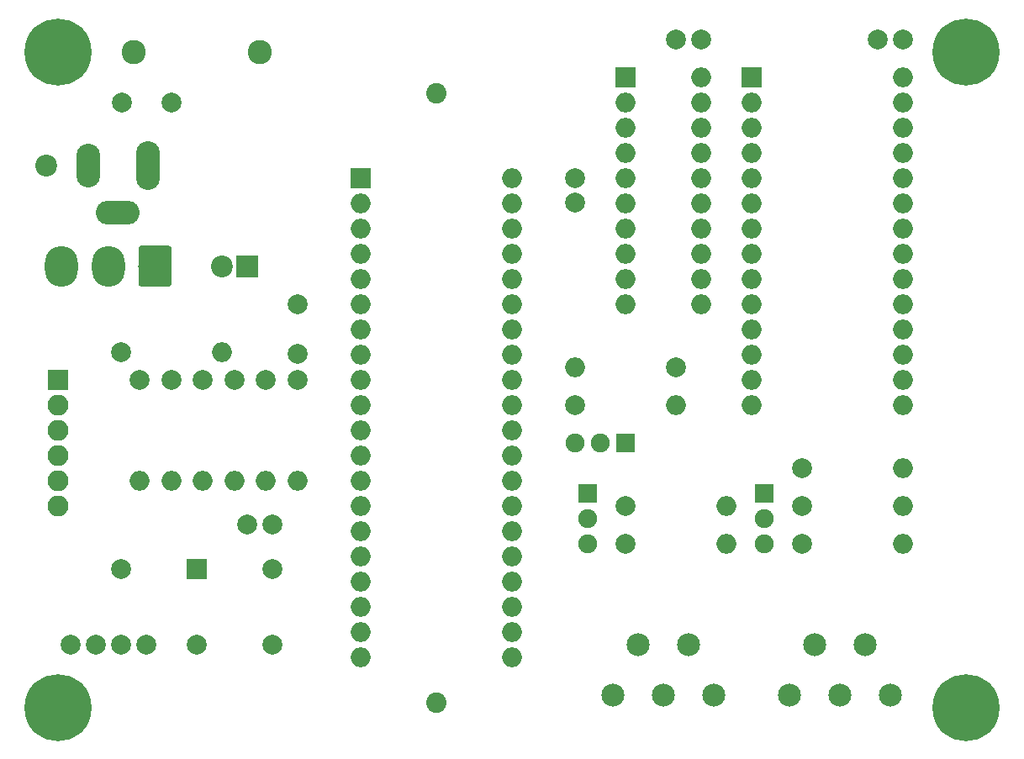
<source format=gbr>
%TF.GenerationSoftware,KiCad,Pcbnew,(5.1.4-0-10_14)*%
%TF.CreationDate,2020-04-13T14:17:21-07:00*%
%TF.ProjectId,8051dumper,38303531-6475-46d7-9065-722e6b696361,1*%
%TF.SameCoordinates,PX60e4b00PYc1c9600*%
%TF.FileFunction,Soldermask,Top*%
%TF.FilePolarity,Negative*%
%FSLAX46Y46*%
G04 Gerber Fmt 4.6, Leading zero omitted, Abs format (unit mm)*
G04 Created by KiCad (PCBNEW (5.1.4-0-10_14)) date 2020-04-13 14:17:21*
%MOMM*%
%LPD*%
G04 APERTURE LIST*
%ADD10O,2.000000X2.000000*%
%ADD11C,2.000000*%
%ADD12C,2.200000*%
%ADD13R,2.200000X2.200000*%
%ADD14R,2.000000X2.000000*%
%ADD15O,3.321000X4.108400*%
%ADD16C,0.152400*%
%ADD17C,3.321000*%
%ADD18R,2.100000X2.100000*%
%ADD19O,2.100000X2.100000*%
%ADD20O,4.400000X2.400000*%
%ADD21O,2.400000X4.400000*%
%ADD22O,2.400000X4.900000*%
%ADD23C,6.750000*%
%ADD24C,2.051000*%
%ADD25O,2.000200X2.000200*%
%ADD26R,2.000200X2.000200*%
%ADD27C,2.432000*%
%ADD28C,2.305000*%
%ADD29R,1.900000X1.900000*%
%ADD30C,1.900000*%
G04 APERTURE END LIST*
D10*
%TO.C,R14*%
X21590000Y40894000D03*
D11*
X11430000Y40894000D03*
%TD*%
D12*
%TO.C,D1*%
X21590000Y49530000D03*
D13*
X24130000Y49530000D03*
%TD*%
D10*
%TO.C,R13*%
X13335000Y27940000D03*
D11*
X13335000Y38100000D03*
%TD*%
D10*
%TO.C,R12*%
X16510000Y27940000D03*
D11*
X16510000Y38100000D03*
%TD*%
D10*
%TO.C,R11*%
X19685000Y27940000D03*
D11*
X19685000Y38100000D03*
%TD*%
D10*
%TO.C,R10*%
X22860000Y27940000D03*
D11*
X22860000Y38100000D03*
%TD*%
%TO.C,S4*%
X11430000Y19050000D03*
X6350000Y11430000D03*
X8890000Y11430000D03*
X11430000Y11430000D03*
X13970000Y11430000D03*
%TD*%
D10*
%TO.C,U2*%
X69850000Y68580000D03*
X62230000Y45720000D03*
X69850000Y66040000D03*
X62230000Y48260000D03*
X69850000Y63500000D03*
X62230000Y50800000D03*
X69850000Y60960000D03*
X62230000Y53340000D03*
X69850000Y58420000D03*
X62230000Y55880000D03*
X69850000Y55880000D03*
X62230000Y58420000D03*
X69850000Y53340000D03*
X62230000Y60960000D03*
X69850000Y50800000D03*
X62230000Y63500000D03*
X69850000Y48260000D03*
X62230000Y66040000D03*
X69850000Y45720000D03*
D14*
X62230000Y68580000D03*
%TD*%
D15*
%TO.C,S1*%
X5461000Y49530000D03*
X10160000Y49530000D03*
D16*
G36*
X16258893Y51582809D02*
G01*
X16286940Y51578648D01*
X16314444Y51571759D01*
X16341141Y51562207D01*
X16366772Y51550084D01*
X16391092Y51535507D01*
X16413866Y51518617D01*
X16434875Y51499575D01*
X16453917Y51478566D01*
X16470807Y51455792D01*
X16485384Y51431472D01*
X16497507Y51405841D01*
X16507059Y51379144D01*
X16513948Y51351640D01*
X16518109Y51323593D01*
X16519500Y51295273D01*
X16519500Y47764727D01*
X16518109Y47736407D01*
X16513948Y47708360D01*
X16507059Y47680856D01*
X16497507Y47654159D01*
X16485384Y47628528D01*
X16470807Y47604208D01*
X16453917Y47581434D01*
X16434875Y47560425D01*
X16413866Y47541383D01*
X16391092Y47524493D01*
X16366772Y47509916D01*
X16341141Y47497793D01*
X16314444Y47488241D01*
X16286940Y47481352D01*
X16258893Y47477191D01*
X16230573Y47475800D01*
X13487427Y47475800D01*
X13459107Y47477191D01*
X13431060Y47481352D01*
X13403556Y47488241D01*
X13376859Y47497793D01*
X13351228Y47509916D01*
X13326908Y47524493D01*
X13304134Y47541383D01*
X13283125Y47560425D01*
X13264083Y47581434D01*
X13247193Y47604208D01*
X13232616Y47628528D01*
X13220493Y47654159D01*
X13210941Y47680856D01*
X13204052Y47708360D01*
X13199891Y47736407D01*
X13198500Y47764727D01*
X13198500Y51295273D01*
X13199891Y51323593D01*
X13204052Y51351640D01*
X13210941Y51379144D01*
X13220493Y51405841D01*
X13232616Y51431472D01*
X13247193Y51455792D01*
X13264083Y51478566D01*
X13283125Y51499575D01*
X13304134Y51518617D01*
X13326908Y51535507D01*
X13351228Y51550084D01*
X13376859Y51562207D01*
X13403556Y51571759D01*
X13431060Y51578648D01*
X13459107Y51582809D01*
X13487427Y51584200D01*
X16230573Y51584200D01*
X16258893Y51582809D01*
X16258893Y51582809D01*
G37*
D17*
X14859000Y49530000D03*
%TD*%
D11*
%TO.C,C1*%
X57150000Y55920000D03*
X57150000Y58420000D03*
%TD*%
%TO.C,C4*%
X24170000Y23495000D03*
X26670000Y23495000D03*
%TD*%
%TO.C,C3*%
X87670000Y72390000D03*
X90170000Y72390000D03*
%TD*%
%TO.C,C2*%
X67350000Y72390000D03*
X69850000Y72390000D03*
%TD*%
%TO.C,C6*%
X11510000Y66040000D03*
X16510000Y66040000D03*
%TD*%
%TO.C,C5*%
X29210000Y40720000D03*
X29210000Y45720000D03*
%TD*%
D10*
%TO.C,R9*%
X29210000Y27940000D03*
D11*
X29210000Y38100000D03*
%TD*%
D10*
%TO.C,R8*%
X26035000Y27940000D03*
D11*
X26035000Y38100000D03*
%TD*%
D10*
%TO.C,R7*%
X90170000Y21590000D03*
D11*
X80010000Y21590000D03*
%TD*%
D10*
%TO.C,R6*%
X72390000Y21590000D03*
D11*
X62230000Y21590000D03*
%TD*%
D10*
%TO.C,R5*%
X90170000Y29210000D03*
D11*
X80010000Y29210000D03*
%TD*%
D10*
%TO.C,R4*%
X90170000Y25400000D03*
D11*
X80010000Y25400000D03*
%TD*%
D10*
%TO.C,R3*%
X72390000Y25400000D03*
D11*
X62230000Y25400000D03*
%TD*%
D10*
%TO.C,R2*%
X67310000Y35560000D03*
D11*
X57150000Y35560000D03*
%TD*%
D10*
%TO.C,R1*%
X57150000Y39370000D03*
D11*
X67310000Y39370000D03*
%TD*%
D18*
%TO.C,J1*%
X5080000Y38100000D03*
D19*
X5080000Y35560000D03*
X5080000Y33020000D03*
X5080000Y30480000D03*
X5080000Y27940000D03*
X5080000Y25400000D03*
%TD*%
D10*
%TO.C,U3*%
X90170000Y68580000D03*
X74930000Y35560000D03*
X90170000Y66040000D03*
X74930000Y38100000D03*
X90170000Y63500000D03*
X74930000Y40640000D03*
X90170000Y60960000D03*
X74930000Y43180000D03*
X90170000Y58420000D03*
X74930000Y45720000D03*
X90170000Y55880000D03*
X74930000Y48260000D03*
X90170000Y53340000D03*
X74930000Y50800000D03*
X90170000Y50800000D03*
X74930000Y53340000D03*
X90170000Y48260000D03*
X74930000Y55880000D03*
X90170000Y45720000D03*
X74930000Y58420000D03*
X90170000Y43180000D03*
X74930000Y60960000D03*
X90170000Y40640000D03*
X74930000Y63500000D03*
X90170000Y38100000D03*
X74930000Y66040000D03*
X90170000Y35560000D03*
D14*
X74930000Y68580000D03*
%TD*%
D12*
%TO.C,J2*%
X3920000Y59690000D03*
D20*
X11120000Y54890000D03*
D21*
X8120000Y59690000D03*
D22*
X14120000Y59690000D03*
%TD*%
D23*
%TO.C,REF\002A\002A*%
X96520000Y71120000D03*
%TD*%
%TO.C,REF\002A\002A*%
X96520000Y5080000D03*
%TD*%
%TO.C,REF\002A\002A*%
X5080000Y71120000D03*
%TD*%
%TO.C,REF\002A\002A*%
X5080000Y5080000D03*
%TD*%
D24*
%TO.C,U1*%
X43180000Y66929000D03*
X43180000Y5588000D03*
D25*
X50800000Y58420000D03*
X35560000Y10160000D03*
X50800000Y55880000D03*
X35560000Y12700000D03*
X50800000Y53340000D03*
X35560000Y15240000D03*
X50800000Y50800000D03*
X35560000Y17780000D03*
X50800000Y48260000D03*
X35560000Y20320000D03*
X50800000Y45720000D03*
X35560000Y22860000D03*
X50800000Y43180000D03*
X35560000Y25400000D03*
X50800000Y40640000D03*
X35560000Y27940000D03*
X50800000Y38100000D03*
X35560000Y30480000D03*
X50800000Y35560000D03*
X35560000Y33020000D03*
X50800000Y33020000D03*
X35560000Y35560000D03*
X50800000Y30480000D03*
X35560000Y38100000D03*
X50800000Y27940000D03*
X35560000Y40640000D03*
X50800000Y25400000D03*
X35560000Y43180000D03*
X50800000Y22860000D03*
X35560000Y45720000D03*
X50800000Y20320000D03*
X35560000Y48260000D03*
X50800000Y17780000D03*
X35560000Y50800000D03*
X50800000Y15240000D03*
X35560000Y53340000D03*
X50800000Y12700000D03*
X35560000Y55880000D03*
X50800000Y10160000D03*
D26*
X35560000Y58420000D03*
%TD*%
D11*
%TO.C,X1*%
X19050000Y11430000D03*
X26670000Y11430000D03*
X26670000Y19050000D03*
D14*
X19050000Y19050000D03*
%TD*%
D27*
%TO.C,TP2*%
X12700000Y71120000D03*
%TD*%
%TO.C,TP1*%
X25400000Y71120000D03*
%TD*%
D28*
%TO.C,S3*%
X81280000Y11430000D03*
X86360000Y11430000D03*
X88900000Y6350000D03*
X83820000Y6350000D03*
X78740000Y6350000D03*
%TD*%
%TO.C,S2*%
X63500000Y11430000D03*
X68580000Y11430000D03*
X71120000Y6350000D03*
X66040000Y6350000D03*
X60960000Y6350000D03*
%TD*%
D29*
%TO.C,Q3*%
X76200000Y26670000D03*
D30*
X76200000Y21590000D03*
X76200000Y24130000D03*
%TD*%
D29*
%TO.C,Q2*%
X58420000Y26670000D03*
D30*
X58420000Y21590000D03*
X58420000Y24130000D03*
%TD*%
D29*
%TO.C,Q1*%
X62230000Y31750000D03*
D30*
X57150000Y31750000D03*
X59690000Y31750000D03*
%TD*%
M02*

</source>
